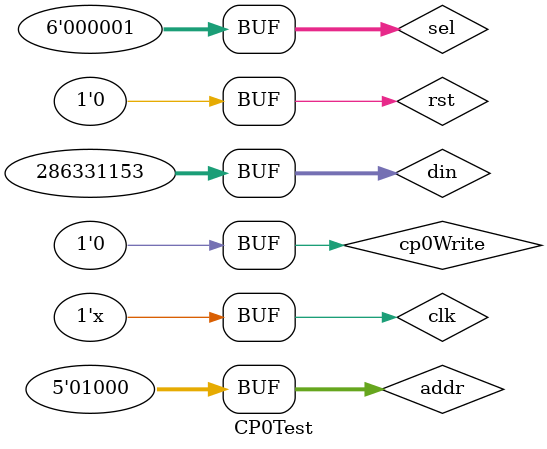
<source format=v>
`timescale 1ns/1ps

module CP0Test;
    reg           clk;
    reg           rst;
    reg    [ 4:0] addr;
    reg    [ 5:0] sel;
    reg    [31:0] din;
    reg           cp0Write;
    wire   [31:0] dout;
    wire   [31:0] epc;

    CP0 U1
    (
        .clk(clk),
        .rst(rst),
        .addr(addr),
        .sel(sel),
        .din(din),
        .cp0Write(cp0Write),
        .dout(dout),
        .epc(epc)
    );

    initial
    begin
        clk = 0;
        rst = 1'b1;
        #20
        rst = 1'b0;
        
        addr = 8;
        sel = 0;
        din = 32'h1234_5678;
        cp0Write = 1'b1;

        #20
        addr = 8;
        sel = 1;
        din = 32'h8765_4321;
        cp0Write = 1'b1;
        
        #20
        addr = 14;
        sel = 0;
        din = 32'h1111_1111;
        cp0Write = 1'b1;

        #20;
        addr = 8;
        sel = 0;
        cp0Write = 1'b0;
        // expect: 32'h1234_5678 32'h1111_1111

        #20;
        addr = 8;
        sel = 1;
        cp0Write = 1'b0;
        // expect: 32'hXXXX_XXXX 32'h1111_1111
    end
    
    always
    begin
        #10
        clk = ~clk;
    end

endmodule

</source>
